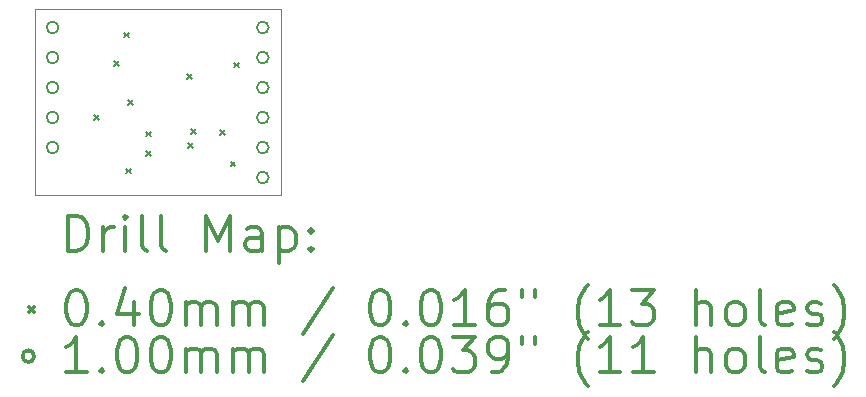
<source format=gbr>
%FSLAX45Y45*%
G04 Gerber Fmt 4.5, Leading zero omitted, Abs format (unit mm)*
G04 Created by KiCad (PCBNEW (5.0.2)-1) date 13/02/2019 12:40:48*
%MOMM*%
%LPD*%
G01*
G04 APERTURE LIST*
%ADD10C,0.100000*%
%ADD11C,0.200000*%
%ADD12C,0.300000*%
G04 APERTURE END LIST*
D10*
X182372Y1799590D02*
X2265172Y1799590D01*
X182372Y224790D02*
X182372Y1799590D01*
X2265172Y224790D02*
X182372Y224790D01*
X2265172Y1799590D02*
X2265172Y224790D01*
D11*
X682172Y904290D02*
X722172Y864290D01*
X722172Y904290D02*
X682172Y864290D01*
X855522Y1363390D02*
X895522Y1323390D01*
X895522Y1363390D02*
X855522Y1323390D01*
X937072Y1603690D02*
X977072Y1563690D01*
X977072Y1603690D02*
X937072Y1563690D01*
X957572Y452890D02*
X997572Y412890D01*
X997572Y452890D02*
X957572Y412890D01*
X970472Y1032190D02*
X1010472Y992190D01*
X1010472Y1032190D02*
X970472Y992190D01*
X1127572Y765490D02*
X1167572Y725490D01*
X1167572Y765490D02*
X1127572Y725490D01*
X1127572Y600390D02*
X1167572Y560390D01*
X1167572Y600390D02*
X1127572Y560390D01*
X1474122Y1254440D02*
X1514122Y1214440D01*
X1514122Y1254440D02*
X1474122Y1214440D01*
X1482422Y670990D02*
X1522422Y630990D01*
X1522422Y670990D02*
X1482422Y630990D01*
X1508572Y784540D02*
X1548572Y744540D01*
X1548572Y784540D02*
X1508572Y744540D01*
X1749872Y778190D02*
X1789872Y738190D01*
X1789872Y778190D02*
X1749872Y738190D01*
X1839672Y512390D02*
X1879672Y472390D01*
X1879672Y512390D02*
X1839672Y472390D01*
X1867372Y1349690D02*
X1907372Y1309690D01*
X1907372Y1349690D02*
X1867372Y1309690D01*
X382772Y1647190D02*
G75*
G03X382772Y1647190I-50000J0D01*
G01*
X382772Y1393190D02*
G75*
G03X382772Y1393190I-50000J0D01*
G01*
X382772Y1139190D02*
G75*
G03X382772Y1139190I-50000J0D01*
G01*
X382772Y885190D02*
G75*
G03X382772Y885190I-50000J0D01*
G01*
X382772Y631190D02*
G75*
G03X382772Y631190I-50000J0D01*
G01*
X2162772Y1647190D02*
G75*
G03X2162772Y1647190I-50000J0D01*
G01*
X2162772Y1393190D02*
G75*
G03X2162772Y1393190I-50000J0D01*
G01*
X2162772Y1139190D02*
G75*
G03X2162772Y1139190I-50000J0D01*
G01*
X2162772Y885190D02*
G75*
G03X2162772Y885190I-50000J0D01*
G01*
X2162772Y631190D02*
G75*
G03X2162772Y631190I-50000J0D01*
G01*
X2162772Y377190D02*
G75*
G03X2162772Y377190I-50000J0D01*
G01*
D12*
X463800Y-245924D02*
X463800Y54076D01*
X535229Y54076D01*
X578086Y39790D01*
X606658Y11218D01*
X620943Y-17353D01*
X635229Y-74496D01*
X635229Y-117353D01*
X620943Y-174496D01*
X606658Y-203067D01*
X578086Y-231639D01*
X535229Y-245924D01*
X463800Y-245924D01*
X763800Y-245924D02*
X763800Y-45924D01*
X763800Y-103067D02*
X778086Y-74496D01*
X792372Y-60210D01*
X820943Y-45924D01*
X849515Y-45924D01*
X949515Y-245924D02*
X949515Y-45924D01*
X949515Y54076D02*
X935229Y39790D01*
X949515Y25504D01*
X963800Y39790D01*
X949515Y54076D01*
X949515Y25504D01*
X1135229Y-245924D02*
X1106658Y-231639D01*
X1092372Y-203067D01*
X1092372Y54076D01*
X1292372Y-245924D02*
X1263800Y-231639D01*
X1249515Y-203067D01*
X1249515Y54076D01*
X1635229Y-245924D02*
X1635229Y54076D01*
X1735229Y-160210D01*
X1835229Y54076D01*
X1835229Y-245924D01*
X2106658Y-245924D02*
X2106658Y-88781D01*
X2092372Y-60210D01*
X2063800Y-45924D01*
X2006658Y-45924D01*
X1978086Y-60210D01*
X2106658Y-231639D02*
X2078086Y-245924D01*
X2006658Y-245924D01*
X1978086Y-231639D01*
X1963800Y-203067D01*
X1963800Y-174496D01*
X1978086Y-145924D01*
X2006658Y-131639D01*
X2078086Y-131639D01*
X2106658Y-117353D01*
X2249515Y-45924D02*
X2249515Y-345924D01*
X2249515Y-60210D02*
X2278086Y-45924D01*
X2335229Y-45924D01*
X2363800Y-60210D01*
X2378086Y-74496D01*
X2392372Y-103067D01*
X2392372Y-188781D01*
X2378086Y-217353D01*
X2363800Y-231639D01*
X2335229Y-245924D01*
X2278086Y-245924D01*
X2249515Y-231639D01*
X2520943Y-217353D02*
X2535229Y-231639D01*
X2520943Y-245924D01*
X2506658Y-231639D01*
X2520943Y-217353D01*
X2520943Y-245924D01*
X2520943Y-60210D02*
X2535229Y-74496D01*
X2520943Y-88781D01*
X2506658Y-74496D01*
X2520943Y-60210D01*
X2520943Y-88781D01*
X137372Y-720210D02*
X177372Y-760210D01*
X177372Y-720210D02*
X137372Y-760210D01*
X520943Y-575924D02*
X549515Y-575924D01*
X578086Y-590210D01*
X592372Y-604496D01*
X606658Y-633067D01*
X620943Y-690210D01*
X620943Y-761639D01*
X606658Y-818781D01*
X592372Y-847353D01*
X578086Y-861639D01*
X549515Y-875924D01*
X520943Y-875924D01*
X492372Y-861639D01*
X478086Y-847353D01*
X463800Y-818781D01*
X449515Y-761639D01*
X449515Y-690210D01*
X463800Y-633067D01*
X478086Y-604496D01*
X492372Y-590210D01*
X520943Y-575924D01*
X749515Y-847353D02*
X763800Y-861639D01*
X749515Y-875924D01*
X735229Y-861639D01*
X749515Y-847353D01*
X749515Y-875924D01*
X1020943Y-675924D02*
X1020943Y-875924D01*
X949515Y-561639D02*
X878086Y-775924D01*
X1063800Y-775924D01*
X1235229Y-575924D02*
X1263800Y-575924D01*
X1292372Y-590210D01*
X1306658Y-604496D01*
X1320943Y-633067D01*
X1335229Y-690210D01*
X1335229Y-761639D01*
X1320943Y-818781D01*
X1306658Y-847353D01*
X1292372Y-861639D01*
X1263800Y-875924D01*
X1235229Y-875924D01*
X1206658Y-861639D01*
X1192372Y-847353D01*
X1178086Y-818781D01*
X1163800Y-761639D01*
X1163800Y-690210D01*
X1178086Y-633067D01*
X1192372Y-604496D01*
X1206658Y-590210D01*
X1235229Y-575924D01*
X1463800Y-875924D02*
X1463800Y-675924D01*
X1463800Y-704496D02*
X1478086Y-690210D01*
X1506658Y-675924D01*
X1549515Y-675924D01*
X1578086Y-690210D01*
X1592372Y-718781D01*
X1592372Y-875924D01*
X1592372Y-718781D02*
X1606658Y-690210D01*
X1635229Y-675924D01*
X1678086Y-675924D01*
X1706658Y-690210D01*
X1720943Y-718781D01*
X1720943Y-875924D01*
X1863800Y-875924D02*
X1863800Y-675924D01*
X1863800Y-704496D02*
X1878086Y-690210D01*
X1906658Y-675924D01*
X1949515Y-675924D01*
X1978086Y-690210D01*
X1992372Y-718781D01*
X1992372Y-875924D01*
X1992372Y-718781D02*
X2006658Y-690210D01*
X2035229Y-675924D01*
X2078086Y-675924D01*
X2106658Y-690210D01*
X2120943Y-718781D01*
X2120943Y-875924D01*
X2706658Y-561639D02*
X2449515Y-947353D01*
X3092372Y-575924D02*
X3120943Y-575924D01*
X3149515Y-590210D01*
X3163800Y-604496D01*
X3178086Y-633067D01*
X3192372Y-690210D01*
X3192372Y-761639D01*
X3178086Y-818781D01*
X3163800Y-847353D01*
X3149515Y-861639D01*
X3120943Y-875924D01*
X3092372Y-875924D01*
X3063800Y-861639D01*
X3049515Y-847353D01*
X3035229Y-818781D01*
X3020943Y-761639D01*
X3020943Y-690210D01*
X3035229Y-633067D01*
X3049515Y-604496D01*
X3063800Y-590210D01*
X3092372Y-575924D01*
X3320943Y-847353D02*
X3335229Y-861639D01*
X3320943Y-875924D01*
X3306658Y-861639D01*
X3320943Y-847353D01*
X3320943Y-875924D01*
X3520943Y-575924D02*
X3549515Y-575924D01*
X3578086Y-590210D01*
X3592372Y-604496D01*
X3606658Y-633067D01*
X3620943Y-690210D01*
X3620943Y-761639D01*
X3606658Y-818781D01*
X3592372Y-847353D01*
X3578086Y-861639D01*
X3549515Y-875924D01*
X3520943Y-875924D01*
X3492372Y-861639D01*
X3478086Y-847353D01*
X3463800Y-818781D01*
X3449515Y-761639D01*
X3449515Y-690210D01*
X3463800Y-633067D01*
X3478086Y-604496D01*
X3492372Y-590210D01*
X3520943Y-575924D01*
X3906658Y-875924D02*
X3735229Y-875924D01*
X3820943Y-875924D02*
X3820943Y-575924D01*
X3792372Y-618782D01*
X3763800Y-647353D01*
X3735229Y-661639D01*
X4163800Y-575924D02*
X4106658Y-575924D01*
X4078086Y-590210D01*
X4063800Y-604496D01*
X4035229Y-647353D01*
X4020943Y-704496D01*
X4020943Y-818781D01*
X4035229Y-847353D01*
X4049515Y-861639D01*
X4078086Y-875924D01*
X4135229Y-875924D01*
X4163800Y-861639D01*
X4178086Y-847353D01*
X4192372Y-818781D01*
X4192372Y-747353D01*
X4178086Y-718781D01*
X4163800Y-704496D01*
X4135229Y-690210D01*
X4078086Y-690210D01*
X4049515Y-704496D01*
X4035229Y-718781D01*
X4020943Y-747353D01*
X4306658Y-575924D02*
X4306658Y-633067D01*
X4420943Y-575924D02*
X4420943Y-633067D01*
X4863800Y-990210D02*
X4849515Y-975924D01*
X4820943Y-933067D01*
X4806658Y-904496D01*
X4792372Y-861639D01*
X4778086Y-790210D01*
X4778086Y-733067D01*
X4792372Y-661639D01*
X4806658Y-618782D01*
X4820943Y-590210D01*
X4849515Y-547353D01*
X4863800Y-533067D01*
X5135229Y-875924D02*
X4963800Y-875924D01*
X5049515Y-875924D02*
X5049515Y-575924D01*
X5020943Y-618782D01*
X4992372Y-647353D01*
X4963800Y-661639D01*
X5235229Y-575924D02*
X5420943Y-575924D01*
X5320943Y-690210D01*
X5363800Y-690210D01*
X5392372Y-704496D01*
X5406658Y-718781D01*
X5420943Y-747353D01*
X5420943Y-818781D01*
X5406658Y-847353D01*
X5392372Y-861639D01*
X5363800Y-875924D01*
X5278086Y-875924D01*
X5249515Y-861639D01*
X5235229Y-847353D01*
X5778086Y-875924D02*
X5778086Y-575924D01*
X5906658Y-875924D02*
X5906658Y-718781D01*
X5892372Y-690210D01*
X5863800Y-675924D01*
X5820943Y-675924D01*
X5792372Y-690210D01*
X5778086Y-704496D01*
X6092372Y-875924D02*
X6063800Y-861639D01*
X6049515Y-847353D01*
X6035229Y-818781D01*
X6035229Y-733067D01*
X6049515Y-704496D01*
X6063800Y-690210D01*
X6092372Y-675924D01*
X6135229Y-675924D01*
X6163800Y-690210D01*
X6178086Y-704496D01*
X6192372Y-733067D01*
X6192372Y-818781D01*
X6178086Y-847353D01*
X6163800Y-861639D01*
X6135229Y-875924D01*
X6092372Y-875924D01*
X6363800Y-875924D02*
X6335229Y-861639D01*
X6320943Y-833067D01*
X6320943Y-575924D01*
X6592372Y-861639D02*
X6563800Y-875924D01*
X6506658Y-875924D01*
X6478086Y-861639D01*
X6463800Y-833067D01*
X6463800Y-718781D01*
X6478086Y-690210D01*
X6506658Y-675924D01*
X6563800Y-675924D01*
X6592372Y-690210D01*
X6606658Y-718781D01*
X6606658Y-747353D01*
X6463800Y-775924D01*
X6720943Y-861639D02*
X6749515Y-875924D01*
X6806658Y-875924D01*
X6835229Y-861639D01*
X6849515Y-833067D01*
X6849515Y-818781D01*
X6835229Y-790210D01*
X6806658Y-775924D01*
X6763800Y-775924D01*
X6735229Y-761639D01*
X6720943Y-733067D01*
X6720943Y-718781D01*
X6735229Y-690210D01*
X6763800Y-675924D01*
X6806658Y-675924D01*
X6835229Y-690210D01*
X6949515Y-990210D02*
X6963800Y-975924D01*
X6992372Y-933067D01*
X7006658Y-904496D01*
X7020943Y-861639D01*
X7035229Y-790210D01*
X7035229Y-733067D01*
X7020943Y-661639D01*
X7006658Y-618782D01*
X6992372Y-590210D01*
X6963800Y-547353D01*
X6949515Y-533067D01*
X177372Y-1136210D02*
G75*
G03X177372Y-1136210I-50000J0D01*
G01*
X620943Y-1271924D02*
X449515Y-1271924D01*
X535229Y-1271924D02*
X535229Y-971924D01*
X506658Y-1014781D01*
X478086Y-1043353D01*
X449515Y-1057639D01*
X749515Y-1243353D02*
X763800Y-1257639D01*
X749515Y-1271924D01*
X735229Y-1257639D01*
X749515Y-1243353D01*
X749515Y-1271924D01*
X949515Y-971924D02*
X978086Y-971924D01*
X1006658Y-986210D01*
X1020943Y-1000496D01*
X1035229Y-1029067D01*
X1049515Y-1086210D01*
X1049515Y-1157639D01*
X1035229Y-1214782D01*
X1020943Y-1243353D01*
X1006658Y-1257639D01*
X978086Y-1271924D01*
X949515Y-1271924D01*
X920943Y-1257639D01*
X906658Y-1243353D01*
X892372Y-1214782D01*
X878086Y-1157639D01*
X878086Y-1086210D01*
X892372Y-1029067D01*
X906658Y-1000496D01*
X920943Y-986210D01*
X949515Y-971924D01*
X1235229Y-971924D02*
X1263800Y-971924D01*
X1292372Y-986210D01*
X1306658Y-1000496D01*
X1320943Y-1029067D01*
X1335229Y-1086210D01*
X1335229Y-1157639D01*
X1320943Y-1214782D01*
X1306658Y-1243353D01*
X1292372Y-1257639D01*
X1263800Y-1271924D01*
X1235229Y-1271924D01*
X1206658Y-1257639D01*
X1192372Y-1243353D01*
X1178086Y-1214782D01*
X1163800Y-1157639D01*
X1163800Y-1086210D01*
X1178086Y-1029067D01*
X1192372Y-1000496D01*
X1206658Y-986210D01*
X1235229Y-971924D01*
X1463800Y-1271924D02*
X1463800Y-1071924D01*
X1463800Y-1100496D02*
X1478086Y-1086210D01*
X1506658Y-1071924D01*
X1549515Y-1071924D01*
X1578086Y-1086210D01*
X1592372Y-1114782D01*
X1592372Y-1271924D01*
X1592372Y-1114782D02*
X1606658Y-1086210D01*
X1635229Y-1071924D01*
X1678086Y-1071924D01*
X1706658Y-1086210D01*
X1720943Y-1114782D01*
X1720943Y-1271924D01*
X1863800Y-1271924D02*
X1863800Y-1071924D01*
X1863800Y-1100496D02*
X1878086Y-1086210D01*
X1906658Y-1071924D01*
X1949515Y-1071924D01*
X1978086Y-1086210D01*
X1992372Y-1114782D01*
X1992372Y-1271924D01*
X1992372Y-1114782D02*
X2006658Y-1086210D01*
X2035229Y-1071924D01*
X2078086Y-1071924D01*
X2106658Y-1086210D01*
X2120943Y-1114782D01*
X2120943Y-1271924D01*
X2706658Y-957639D02*
X2449515Y-1343353D01*
X3092372Y-971924D02*
X3120943Y-971924D01*
X3149515Y-986210D01*
X3163800Y-1000496D01*
X3178086Y-1029067D01*
X3192372Y-1086210D01*
X3192372Y-1157639D01*
X3178086Y-1214782D01*
X3163800Y-1243353D01*
X3149515Y-1257639D01*
X3120943Y-1271924D01*
X3092372Y-1271924D01*
X3063800Y-1257639D01*
X3049515Y-1243353D01*
X3035229Y-1214782D01*
X3020943Y-1157639D01*
X3020943Y-1086210D01*
X3035229Y-1029067D01*
X3049515Y-1000496D01*
X3063800Y-986210D01*
X3092372Y-971924D01*
X3320943Y-1243353D02*
X3335229Y-1257639D01*
X3320943Y-1271924D01*
X3306658Y-1257639D01*
X3320943Y-1243353D01*
X3320943Y-1271924D01*
X3520943Y-971924D02*
X3549515Y-971924D01*
X3578086Y-986210D01*
X3592372Y-1000496D01*
X3606658Y-1029067D01*
X3620943Y-1086210D01*
X3620943Y-1157639D01*
X3606658Y-1214782D01*
X3592372Y-1243353D01*
X3578086Y-1257639D01*
X3549515Y-1271924D01*
X3520943Y-1271924D01*
X3492372Y-1257639D01*
X3478086Y-1243353D01*
X3463800Y-1214782D01*
X3449515Y-1157639D01*
X3449515Y-1086210D01*
X3463800Y-1029067D01*
X3478086Y-1000496D01*
X3492372Y-986210D01*
X3520943Y-971924D01*
X3720943Y-971924D02*
X3906658Y-971924D01*
X3806658Y-1086210D01*
X3849515Y-1086210D01*
X3878086Y-1100496D01*
X3892372Y-1114782D01*
X3906658Y-1143353D01*
X3906658Y-1214782D01*
X3892372Y-1243353D01*
X3878086Y-1257639D01*
X3849515Y-1271924D01*
X3763800Y-1271924D01*
X3735229Y-1257639D01*
X3720943Y-1243353D01*
X4049515Y-1271924D02*
X4106658Y-1271924D01*
X4135229Y-1257639D01*
X4149515Y-1243353D01*
X4178086Y-1200496D01*
X4192372Y-1143353D01*
X4192372Y-1029067D01*
X4178086Y-1000496D01*
X4163800Y-986210D01*
X4135229Y-971924D01*
X4078086Y-971924D01*
X4049515Y-986210D01*
X4035229Y-1000496D01*
X4020943Y-1029067D01*
X4020943Y-1100496D01*
X4035229Y-1129067D01*
X4049515Y-1143353D01*
X4078086Y-1157639D01*
X4135229Y-1157639D01*
X4163800Y-1143353D01*
X4178086Y-1129067D01*
X4192372Y-1100496D01*
X4306658Y-971924D02*
X4306658Y-1029067D01*
X4420943Y-971924D02*
X4420943Y-1029067D01*
X4863800Y-1386210D02*
X4849515Y-1371924D01*
X4820943Y-1329067D01*
X4806658Y-1300496D01*
X4792372Y-1257639D01*
X4778086Y-1186210D01*
X4778086Y-1129067D01*
X4792372Y-1057639D01*
X4806658Y-1014781D01*
X4820943Y-986210D01*
X4849515Y-943353D01*
X4863800Y-929067D01*
X5135229Y-1271924D02*
X4963800Y-1271924D01*
X5049515Y-1271924D02*
X5049515Y-971924D01*
X5020943Y-1014781D01*
X4992372Y-1043353D01*
X4963800Y-1057639D01*
X5420943Y-1271924D02*
X5249515Y-1271924D01*
X5335229Y-1271924D02*
X5335229Y-971924D01*
X5306658Y-1014781D01*
X5278086Y-1043353D01*
X5249515Y-1057639D01*
X5778086Y-1271924D02*
X5778086Y-971924D01*
X5906658Y-1271924D02*
X5906658Y-1114782D01*
X5892372Y-1086210D01*
X5863800Y-1071924D01*
X5820943Y-1071924D01*
X5792372Y-1086210D01*
X5778086Y-1100496D01*
X6092372Y-1271924D02*
X6063800Y-1257639D01*
X6049515Y-1243353D01*
X6035229Y-1214782D01*
X6035229Y-1129067D01*
X6049515Y-1100496D01*
X6063800Y-1086210D01*
X6092372Y-1071924D01*
X6135229Y-1071924D01*
X6163800Y-1086210D01*
X6178086Y-1100496D01*
X6192372Y-1129067D01*
X6192372Y-1214782D01*
X6178086Y-1243353D01*
X6163800Y-1257639D01*
X6135229Y-1271924D01*
X6092372Y-1271924D01*
X6363800Y-1271924D02*
X6335229Y-1257639D01*
X6320943Y-1229067D01*
X6320943Y-971924D01*
X6592372Y-1257639D02*
X6563800Y-1271924D01*
X6506658Y-1271924D01*
X6478086Y-1257639D01*
X6463800Y-1229067D01*
X6463800Y-1114782D01*
X6478086Y-1086210D01*
X6506658Y-1071924D01*
X6563800Y-1071924D01*
X6592372Y-1086210D01*
X6606658Y-1114782D01*
X6606658Y-1143353D01*
X6463800Y-1171924D01*
X6720943Y-1257639D02*
X6749515Y-1271924D01*
X6806658Y-1271924D01*
X6835229Y-1257639D01*
X6849515Y-1229067D01*
X6849515Y-1214782D01*
X6835229Y-1186210D01*
X6806658Y-1171924D01*
X6763800Y-1171924D01*
X6735229Y-1157639D01*
X6720943Y-1129067D01*
X6720943Y-1114782D01*
X6735229Y-1086210D01*
X6763800Y-1071924D01*
X6806658Y-1071924D01*
X6835229Y-1086210D01*
X6949515Y-1386210D02*
X6963800Y-1371924D01*
X6992372Y-1329067D01*
X7006658Y-1300496D01*
X7020943Y-1257639D01*
X7035229Y-1186210D01*
X7035229Y-1129067D01*
X7020943Y-1057639D01*
X7006658Y-1014781D01*
X6992372Y-986210D01*
X6963800Y-943353D01*
X6949515Y-929067D01*
M02*

</source>
